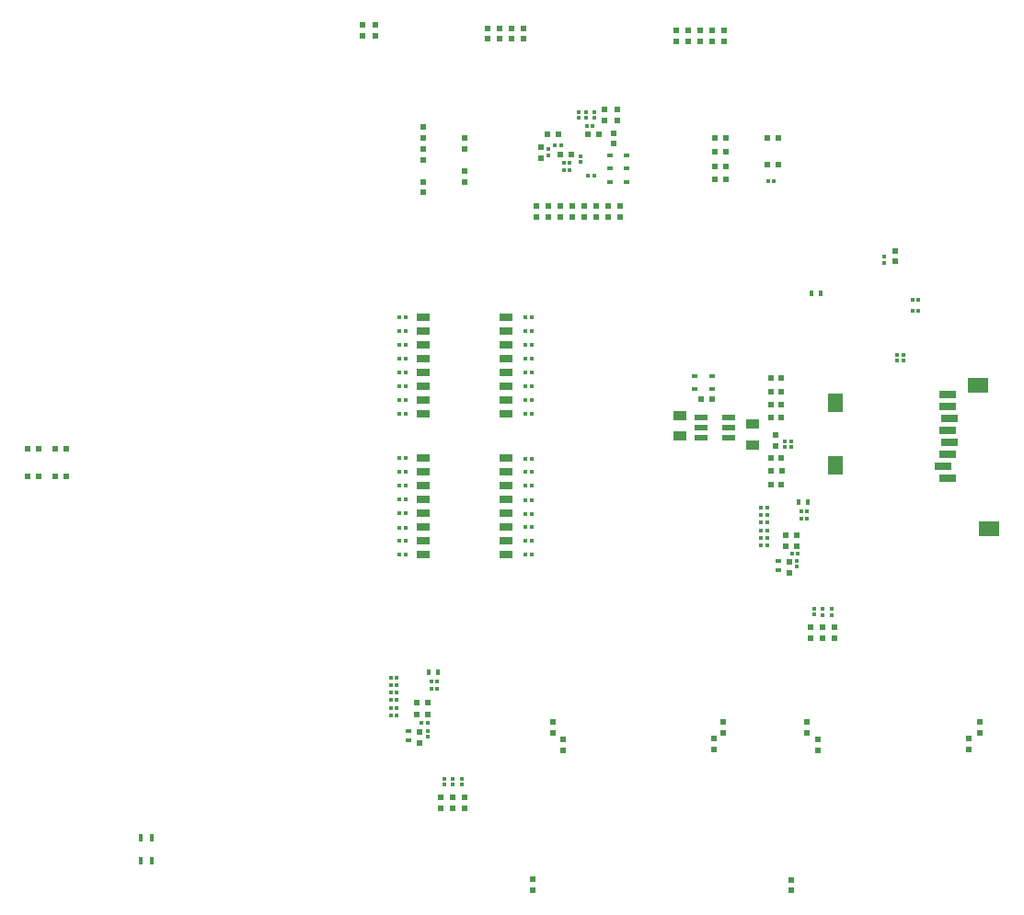
<source format=gbp>
G04*
G04 #@! TF.GenerationSoftware,Altium Limited,Altium Designer,18.1.6 (161)*
G04*
G04 Layer_Color=128*
%FSTAX24Y24*%
%MOIN*%
G70*
G01*
G75*
%ADD24R,0.0197X0.0236*%
%ADD25R,0.0118X0.0118*%
%ADD26R,0.0118X0.0118*%
%ADD28R,0.0236X0.0197*%
%ADD30R,0.0157X0.0197*%
%ADD31R,0.0200X0.0140*%
%ADD36R,0.0197X0.0157*%
%ADD47R,0.0197X0.0197*%
%ADD48R,0.0236X0.0197*%
%ADD64R,0.0197X0.0236*%
G04:AMPARAMS|DCode=67|XSize=47.6mil|YSize=22.8mil|CornerRadius=2.9mil|HoleSize=0mil|Usage=FLASHONLY|Rotation=0.000|XOffset=0mil|YOffset=0mil|HoleType=Round|Shape=RoundedRectangle|*
%AMROUNDEDRECTD67*
21,1,0.0476,0.0171,0,0,0.0*
21,1,0.0419,0.0228,0,0,0.0*
1,1,0.0057,0.0210,-0.0086*
1,1,0.0057,-0.0210,-0.0086*
1,1,0.0057,-0.0210,0.0086*
1,1,0.0057,0.0210,0.0086*
%
%ADD67ROUNDEDRECTD67*%
%ADD76R,0.0197X0.0197*%
%ADD77R,0.0512X0.0354*%
%ADD78R,0.0137X0.0297*%
%ADD203R,0.0748X0.0551*%
%ADD204R,0.0551X0.0709*%
%ADD205R,0.0591X0.0315*%
%ADD206R,0.0500X0.0299*%
D24*
X047884Y043543D02*
D03*
X04749D02*
D03*
X056516Y029016D02*
D03*
X056122D02*
D03*
X042754Y022945D02*
D03*
X043148D02*
D03*
X055866Y042441D02*
D03*
X055472D02*
D03*
X053965Y042402D02*
D03*
X053571D02*
D03*
X053571Y041929D02*
D03*
X053965D02*
D03*
X055866Y043425D02*
D03*
X055472D02*
D03*
X053571Y042913D02*
D03*
X053965D02*
D03*
X053571Y043425D02*
D03*
X053965D02*
D03*
X053465Y033937D02*
D03*
X053071D02*
D03*
X048957Y043543D02*
D03*
X04935D02*
D03*
X047953Y042835D02*
D03*
X048346D02*
D03*
D25*
X056339Y032427D02*
D03*
Y032218D02*
D03*
X056535Y028087D02*
D03*
Y027878D02*
D03*
X05747Y026343D02*
D03*
Y026135D02*
D03*
X057156Y02635D02*
D03*
Y026142D02*
D03*
X057785Y026343D02*
D03*
Y026135D02*
D03*
X056102Y032218D02*
D03*
Y032427D02*
D03*
X043148Y021718D02*
D03*
Y021927D02*
D03*
X060394Y035339D02*
D03*
Y035547D02*
D03*
X060157Y035339D02*
D03*
Y035547D02*
D03*
X059705Y038902D02*
D03*
Y03911D02*
D03*
X043748Y020191D02*
D03*
Y019982D02*
D03*
X044063Y020184D02*
D03*
Y019975D02*
D03*
X044378Y020184D02*
D03*
Y019975D02*
D03*
X049193Y044148D02*
D03*
Y044356D02*
D03*
X048701Y042762D02*
D03*
Y042553D02*
D03*
X047517Y042802D02*
D03*
Y04301D02*
D03*
X048632Y044148D02*
D03*
Y044356D02*
D03*
X048898Y044148D02*
D03*
Y044356D02*
D03*
D26*
X04214Y028307D02*
D03*
X042348D02*
D03*
X04214Y028809D02*
D03*
X042348D02*
D03*
X04214Y029301D02*
D03*
X042348D02*
D03*
X04214Y029813D02*
D03*
X042348D02*
D03*
X04214Y030305D02*
D03*
X042348D02*
D03*
X04214Y030817D02*
D03*
X042348D02*
D03*
X04214Y031309D02*
D03*
X042348D02*
D03*
X04214Y031811D02*
D03*
X042348D02*
D03*
X046703Y028307D02*
D03*
X046911D02*
D03*
X046703Y028809D02*
D03*
X046911D02*
D03*
X046703Y029311D02*
D03*
X046911D02*
D03*
X046703Y029803D02*
D03*
X046911D02*
D03*
X046703Y030295D02*
D03*
X046911D02*
D03*
X046703Y030807D02*
D03*
X046911D02*
D03*
X046703Y031309D02*
D03*
X046911D02*
D03*
Y031801D02*
D03*
X046703D02*
D03*
X055445Y028642D02*
D03*
X055236D02*
D03*
X055445Y03003D02*
D03*
X055236D02*
D03*
X055445Y028927D02*
D03*
X055236D02*
D03*
X055445Y029754D02*
D03*
X055236D02*
D03*
X056896Y029892D02*
D03*
X056687D02*
D03*
X056896Y029626D02*
D03*
X056687D02*
D03*
X055445Y029478D02*
D03*
X055236D02*
D03*
X055445Y029203D02*
D03*
X055236D02*
D03*
X056551Y028346D02*
D03*
X056343D02*
D03*
X041829Y02387D02*
D03*
X042037D02*
D03*
X043488Y023467D02*
D03*
X04328D02*
D03*
X043488Y023732D02*
D03*
X04328D02*
D03*
X042935Y022217D02*
D03*
X043144D02*
D03*
X042037Y022768D02*
D03*
X041829D02*
D03*
Y022482D02*
D03*
X042037D02*
D03*
Y023319D02*
D03*
X041829D02*
D03*
X042037Y023043D02*
D03*
X041829D02*
D03*
X055486Y04185D02*
D03*
X055695D02*
D03*
X060713Y037539D02*
D03*
X060921D02*
D03*
X041829Y023594D02*
D03*
X042037D02*
D03*
X060921Y037146D02*
D03*
X060713D02*
D03*
X046911Y034921D02*
D03*
X046703D02*
D03*
X046911Y036909D02*
D03*
X046703D02*
D03*
X046911Y036427D02*
D03*
X046703D02*
D03*
X046911Y035915D02*
D03*
X046703D02*
D03*
X046911Y035423D02*
D03*
X046703D02*
D03*
X046911Y034419D02*
D03*
X046703D02*
D03*
X046911Y033917D02*
D03*
X046703D02*
D03*
X046911Y033425D02*
D03*
X046703D02*
D03*
X042348Y034931D02*
D03*
X04214D02*
D03*
X042348Y036929D02*
D03*
X04214D02*
D03*
X042348Y036427D02*
D03*
X04214D02*
D03*
X042348Y035925D02*
D03*
X04214D02*
D03*
X042348Y035423D02*
D03*
X04214D02*
D03*
X042348Y034429D02*
D03*
X04214D02*
D03*
X042348Y033927D02*
D03*
X04214D02*
D03*
X042348Y033415D02*
D03*
X04214D02*
D03*
X049136Y043839D02*
D03*
X048927D02*
D03*
X048094Y04251D02*
D03*
X048303D02*
D03*
X04897Y042057D02*
D03*
X049179D02*
D03*
X048094Y042244D02*
D03*
X048303D02*
D03*
X047978Y043159D02*
D03*
X04777D02*
D03*
D28*
X028661Y03215D02*
D03*
X029055D02*
D03*
X030059Y031142D02*
D03*
X029665D02*
D03*
X029055D02*
D03*
X028661D02*
D03*
X029665Y03215D02*
D03*
X030059D02*
D03*
X055974Y030846D02*
D03*
X055581D02*
D03*
X055984Y031339D02*
D03*
X055591D02*
D03*
X055974Y031831D02*
D03*
X055581D02*
D03*
X055974Y033287D02*
D03*
X055581D02*
D03*
X055974Y03376D02*
D03*
X055581D02*
D03*
X055974Y034232D02*
D03*
X055581D02*
D03*
X055974Y034705D02*
D03*
X055581D02*
D03*
D30*
X056919Y030207D02*
D03*
X056604D02*
D03*
X043512Y024047D02*
D03*
X043197D02*
D03*
X057067Y037795D02*
D03*
X057382D02*
D03*
D31*
X049744Y042795D02*
D03*
X050374D02*
D03*
X053465Y034803D02*
D03*
X052835D02*
D03*
X052835Y034331D02*
D03*
X053465D02*
D03*
X050374Y042323D02*
D03*
X049744D02*
D03*
Y041831D02*
D03*
X050374D02*
D03*
D36*
X055876Y028071D02*
D03*
Y027756D02*
D03*
X042469Y021596D02*
D03*
Y021911D02*
D03*
D47*
X046967Y016144D02*
D03*
Y016537D02*
D03*
X056339Y016142D02*
D03*
Y016535D02*
D03*
X062756Y02126D02*
D03*
Y021654D02*
D03*
X06315Y022244D02*
D03*
Y02185D02*
D03*
X05689Y022244D02*
D03*
Y02185D02*
D03*
X057283Y02122D02*
D03*
Y021614D02*
D03*
X05625Y027657D02*
D03*
Y028051D02*
D03*
X055748Y032244D02*
D03*
Y032638D02*
D03*
X042843Y021892D02*
D03*
Y021498D02*
D03*
X048071Y02122D02*
D03*
Y021614D02*
D03*
X053514Y02125D02*
D03*
Y021644D02*
D03*
X047677Y022244D02*
D03*
Y02185D02*
D03*
X053858Y022244D02*
D03*
Y02185D02*
D03*
X060089Y038937D02*
D03*
Y039331D02*
D03*
X047244Y042677D02*
D03*
Y043071D02*
D03*
X049567Y044045D02*
D03*
Y044439D02*
D03*
D48*
X042992Y041831D02*
D03*
Y041437D02*
D03*
Y043022D02*
D03*
Y042628D02*
D03*
Y043809D02*
D03*
Y043415D02*
D03*
X057037Y025285D02*
D03*
Y025679D02*
D03*
X05747Y025285D02*
D03*
Y025679D02*
D03*
X057904Y025285D02*
D03*
Y025679D02*
D03*
X04363Y01952D02*
D03*
Y019126D02*
D03*
X044063Y01952D02*
D03*
Y019126D02*
D03*
X044496Y01952D02*
D03*
Y019126D02*
D03*
X050118Y040551D02*
D03*
Y040945D02*
D03*
X049685Y040551D02*
D03*
Y040945D02*
D03*
X049252Y040551D02*
D03*
Y040945D02*
D03*
X048819Y040551D02*
D03*
Y040945D02*
D03*
X048386Y040551D02*
D03*
Y040945D02*
D03*
X047953Y040551D02*
D03*
Y040945D02*
D03*
X04752Y040551D02*
D03*
Y040945D02*
D03*
X047087Y040551D02*
D03*
Y040945D02*
D03*
X049882Y043209D02*
D03*
Y043602D02*
D03*
X05003Y044045D02*
D03*
Y044439D02*
D03*
X044488Y043406D02*
D03*
Y043012D02*
D03*
Y041831D02*
D03*
Y042224D02*
D03*
D64*
X052598Y046929D02*
D03*
Y047323D02*
D03*
X053465Y046929D02*
D03*
Y047323D02*
D03*
X053032Y046929D02*
D03*
Y047323D02*
D03*
X052165Y046929D02*
D03*
Y047323D02*
D03*
X053898Y046929D02*
D03*
Y047323D02*
D03*
X046614Y047008D02*
D03*
Y047402D02*
D03*
X046181Y047008D02*
D03*
Y047402D02*
D03*
X045748Y047008D02*
D03*
Y047402D02*
D03*
X045315Y047008D02*
D03*
Y047402D02*
D03*
X04126Y047126D02*
D03*
Y04752D02*
D03*
X040787Y047126D02*
D03*
Y04752D02*
D03*
D67*
X054055Y033287D02*
D03*
Y032913D02*
D03*
Y032539D02*
D03*
X053067Y033287D02*
D03*
Y032913D02*
D03*
Y032539D02*
D03*
D76*
X056122Y028632D02*
D03*
X056516D02*
D03*
X043148Y022531D02*
D03*
X042754D02*
D03*
D77*
X052283Y032618D02*
D03*
Y033366D02*
D03*
X054921Y033051D02*
D03*
Y032303D02*
D03*
D78*
X03315Y018042D02*
D03*
X032756D02*
D03*
Y017233D02*
D03*
X03315D02*
D03*
D203*
X0631Y034439D02*
D03*
X063494Y029262D02*
D03*
D204*
X057923Y033809D02*
D03*
Y031565D02*
D03*
D205*
X061978Y031963D02*
D03*
Y032829D02*
D03*
Y033695D02*
D03*
Y034128D02*
D03*
Y031096D02*
D03*
X061821Y03153D02*
D03*
X062057Y032396D02*
D03*
Y033262D02*
D03*
D206*
X043008Y031809D02*
D03*
Y031309D02*
D03*
Y030809D02*
D03*
Y030309D02*
D03*
Y029809D02*
D03*
Y029309D02*
D03*
Y028809D02*
D03*
Y028309D02*
D03*
X046008D02*
D03*
Y028809D02*
D03*
Y029309D02*
D03*
Y029809D02*
D03*
Y030309D02*
D03*
Y030809D02*
D03*
Y031309D02*
D03*
Y031809D02*
D03*
X046008Y036927D02*
D03*
Y036427D02*
D03*
Y035927D02*
D03*
Y035427D02*
D03*
Y034927D02*
D03*
Y034427D02*
D03*
Y033927D02*
D03*
Y033427D02*
D03*
X043008D02*
D03*
Y033927D02*
D03*
Y034427D02*
D03*
Y034927D02*
D03*
Y035427D02*
D03*
Y035927D02*
D03*
Y036427D02*
D03*
Y036927D02*
D03*
M02*

</source>
